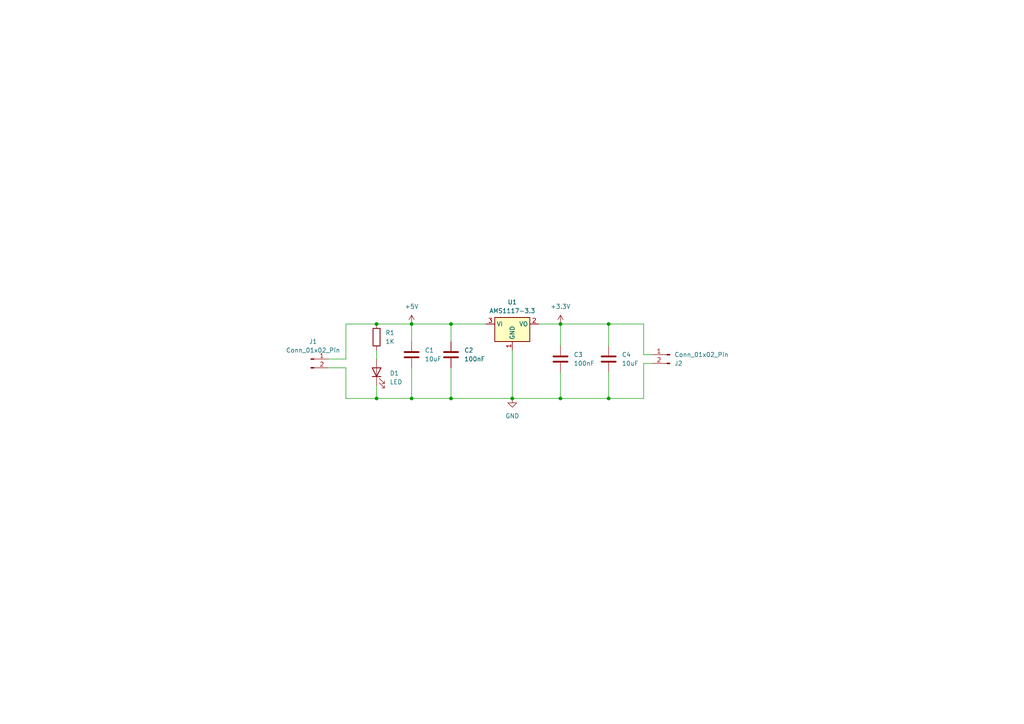
<source format=kicad_sch>
(kicad_sch (version 20250114) (generator "eeschema") (generator_version "9.0")
  (paper "A4")
  (title_block (title "AMS1117-3V3-LDO") (date "2025-10-18") (rev "v0.1") (company "Ampnics"))
  (lib_symbols
    (symbol "Connector:Conn_01x02_Pin" (pin_names (offset 1.016) (hide yes))
      (property "Reference" "J" (at 0 2.54 0))
      (property "Value" "Conn_01x02_Pin" (at 0 -5.08 0))
      (symbol "Conn_01x02_Pin_1_1"
        (rectangle (start 0.8636 0.127) (end 0 -0.127) (stroke (width 0.1524)) (fill (type outline)))
        (rectangle (start 0.8636 -2.413) (end 0 -2.667) (stroke (width 0.1524)) (fill (type outline)))
        (polyline (pts (xy 1.27 0) (xy 0.8636 0)) (stroke (width 0.1524)))
        (polyline (pts (xy 1.27 -2.54) (xy 0.8636 -2.54)) (stroke (width 0.1524)))
        (pin passive line (at 5.08 0 180) (length 3.81) (name "Pin_1") (number "1"))
        (pin passive line (at 5.08 -2.54 180) (length 3.81) (name "Pin_2") (number "2"))
      )
    )
    (symbol "Device:C" (pin_numbers (hide yes)) (pin_names (offset 0.254))
      (property "Reference" "C" (at 0.635 2.54 0))
      (property "Value" "C" (at 0.635 -2.54 0))
      (symbol "C_0_1"
        (polyline (pts (xy -2.032 0.762) (xy 2.032 0.762)) (stroke (width 0.508)))
        (polyline (pts (xy -2.032 -0.762) (xy 2.032 -0.762)) (stroke (width 0.508)))
      )
      (symbol "C_1_1"
        (pin passive line (at 0 3.81 270) (length 2.794) (name "~") (number "1"))
        (pin passive line (at 0 -3.81 90) (length 2.794) (name "~") (number "2"))
      )
    )
    (symbol "Device:LED" (pin_numbers (hide yes)) (pin_names (offset 1.016) (hide yes))
      (property "Reference" "D" (at 0 2.54 0))
      (property "Value" "LED" (at 0 -2.54 0))
      (symbol "LED_0_1"
        (polyline (pts (xy -3.048 -0.762) (xy -4.572 -2.286) (xy -3.81 -2.286) (xy -4.572 -2.286) (xy -4.572 -1.524)))
        (polyline (pts (xy -1.778 -0.762) (xy -3.302 -2.286) (xy -2.54 -2.286) (xy -3.302 -2.286) (xy -3.302 -1.524)))
        (polyline (pts (xy -1.27 0) (xy 1.27 0)))
        (polyline (pts (xy -1.27 -1.27) (xy -1.27 1.27)) (stroke (width 0.254)))
        (polyline (pts (xy 1.27 -1.27) (xy 1.27 1.27) (xy -1.27 0) (xy 1.27 -1.27)) (stroke (width 0.254)))
      )
      (symbol "LED_1_1"
        (pin passive line (at -3.81 0 0) (length 2.54) (name "K") (number "1"))
        (pin passive line (at 3.81 0 180) (length 2.54) (name "A") (number "2"))
      )
    )
    (symbol "Device:R" (pin_numbers (hide yes)) (pin_names (offset 0))
      (property "Reference" "R" (at 2.032 0 90))
      (property "Value" "R" (at 0 0 90))
      (symbol "R_0_1"
        (rectangle (start -1.016 -2.54) (end 1.016 2.54) (stroke (width 0.254)))
      )
      (symbol "R_1_1"
        (pin passive line (at 0 3.81 270) (length 1.27) (name "~") (number "1"))
        (pin passive line (at 0 -3.81 90) (length 1.27) (name "~") (number "2"))
      )
    )
    (symbol "Regulator_Linear:AMS1117-3.3"
      (property "Reference" "U" (at -3.81 3.175 0))
      (property "Value" "AMS1117-3.3" (at 0 3.175 0))
      (symbol "AMS1117-3.3_0_1"
        (rectangle (start -5.08 -5.08) (end 5.08 1.905) (stroke (width 0.254)) (fill (type background)))
      )
      (symbol "AMS1117-3.3_1_1"
        (pin power_in line (at -7.62 0 0) (length 2.54) (name "VI") (number "3"))
        (pin power_in line (at 0 -7.62 90) (length 2.54) (name "GND") (number "1"))
        (pin power_out line (at 7.62 0 180) (length 2.54) (name "VO") (number "2"))
      )
    )
    (symbol "power:+3.3V" (power) (pin_numbers (hide yes)) (pin_names (offset 0) (hide yes))
      (property "Value" "+3.3V" (at 0 3.556 0))
      (symbol "+3.3V_0_1"
        (polyline (pts (xy -0.762 1.27) (xy 0 2.54)))
        (polyline (pts (xy 0 2.54) (xy 0.762 1.27)))
        (polyline (pts (xy 0 0) (xy 0 2.54)))
      )
      (symbol "+3.3V_1_1"
        (pin power_in line (at 0 0 90) (length 0) (name "~") (number "1"))
      )
    )
    (symbol "power:+5V" (power) (pin_numbers (hide yes)) (pin_names (offset 0) (hide yes))
      (property "Value" "+5V" (at 0 3.556 0))
      (symbol "+5V_0_1"
        (polyline (pts (xy -0.762 1.27) (xy 0 2.54)))
        (polyline (pts (xy 0 2.54) (xy 0.762 1.27)))
        (polyline (pts (xy 0 0) (xy 0 2.54)))
      )
      (symbol "+5V_1_1"
        (pin power_in line (at 0 0 90) (length 0) (name "~") (number "1"))
      )
    )
    (symbol "power:GND" (power) (pin_numbers (hide yes)) (pin_names (offset 0) (hide yes))
      (property "Value" "GND" (at 0 -3.81 0))
      (symbol "GND_0_1"
        (polyline (pts (xy 0 0) (xy 0 -1.27) (xy 1.27 -1.27) (xy 0 -2.54) (xy -1.27 -1.27) (xy 0 -1.27)))
      )
      (symbol "GND_1_1"
        (pin power_in line (at 0 0 270) (length 0) (name "~") (number "1"))
      )
    )
  )
  (junction (at 162.56 115.57))
  (junction (at 176.53 93.98))
  (junction (at 109.22 93.98))
  (junction (at 119.38 115.57))
  (junction (at 130.81 115.57))
  (junction (at 119.38 93.98))
  (junction (at 162.56 93.98))
  (junction (at 148.59 115.57))
  (junction (at 176.53 115.57))
  (junction (at 130.81 93.98))
  (junction (at 109.22 115.57))
  (wire (pts (xy 109.22 93.98) (xy 119.38 93.98)))
  (wire (pts (xy 186.69 102.87) (xy 186.69 93.98)))
  (wire (pts (xy 119.38 93.98) (xy 119.38 99.06)))
  (wire (pts (xy 119.38 93.98) (xy 130.81 93.98)))
  (wire (pts (xy 130.81 115.57) (xy 119.38 115.57)))
  (wire (pts (xy 189.23 102.87) (xy 186.69 102.87)))
  (wire (pts (xy 162.56 107.95) (xy 162.56 115.57)))
  (wire (pts (xy 186.69 115.57) (xy 176.53 115.57)))
  (wire (pts (xy 95.25 104.14) (xy 100.33 104.14)))
  (wire (pts (xy 130.81 106.68) (xy 130.81 115.57)))
  (wire (pts (xy 176.53 107.95) (xy 176.53 115.57)))
  (wire (pts (xy 100.33 104.14) (xy 100.33 93.98)))
  (wire (pts (xy 109.22 101.6) (xy 109.22 104.14)))
  (wire (pts (xy 162.56 93.98) (xy 162.56 100.33)))
  (wire (pts (xy 186.69 105.41) (xy 186.69 115.57)))
  (wire (pts (xy 189.23 105.41) (xy 186.69 105.41)))
  (wire (pts (xy 162.56 93.98) (xy 176.53 93.98)))
  (wire (pts (xy 186.69 93.98) (xy 176.53 93.98)))
  (wire (pts (xy 162.56 115.57) (xy 176.53 115.57)))
  (wire (pts (xy 176.53 100.33) (xy 176.53 93.98)))
  (wire (pts (xy 95.25 106.68) (xy 100.33 106.68)))
  (wire (pts (xy 148.59 115.57) (xy 162.56 115.57)))
  (wire (pts (xy 119.38 106.68) (xy 119.38 115.57)))
  (wire (pts (xy 130.81 93.98) (xy 130.81 99.06)))
  (wire (pts (xy 148.59 101.6) (xy 148.59 115.57)))
  (wire (pts (xy 130.81 93.98) (xy 140.97 93.98)))
  (wire (pts (xy 109.22 115.57) (xy 109.22 111.76)))
  (wire (pts (xy 156.21 93.98) (xy 162.56 93.98)))
  (wire (pts (xy 119.38 115.57) (xy 109.22 115.57)))
  (wire (pts (xy 130.81 115.57) (xy 148.59 115.57)))
  (wire (pts (xy 100.33 93.98) (xy 109.22 93.98)))
  (wire (pts (xy 100.33 115.57) (xy 109.22 115.57)))
  (wire (pts (xy 100.33 106.68) (xy 100.33 115.57)))
  (symbol (lib_id "Device:C") (at 119.38 102.87 0) (unit 1)
    (property "Reference" "C1" (at 123.19 101.5999 0) (effects (justify left)))
    (property "Value" "10uF" (at 123.19 104.1399 0) (effects (justify left)))
    (property "Footprint" "Capacitor_SMD:C_0603_1608Metric" (effects (hide yes)))
    (property "Description" "Unpolarized capacitor" (effects (hide yes)))
  )
  (symbol (lib_id "Device:C") (at 162.56 104.14 0) (unit 1)
    (property "Reference" "C3" (at 166.37 102.8699 0) (effects (justify left)))
    (property "Value" "100nF" (at 166.37 105.4099 0) (effects (justify left)))
    (property "Footprint" "Capacitor_SMD:C_0603_1608Metric" (effects (hide yes)))
    (property "Description" "Unpolarized capacitor" (effects (hide yes)))
  )
  (symbol (lib_id "power:+3.3V") (at 162.56 93.98 0) (unit 1)
    (property "Reference" "#PWR02" (effects (hide yes)))
    (property "Value" "+3.3V" (at 162.56 88.9 0))
    (property "Description" "Power symbol creates a global label with name \"+3.3V\"" (effects (hide yes)))
  )
  (symbol (lib_id "Device:C") (at 176.53 104.14 0) (unit 1)
    (property "Reference" "C4" (at 180.34 102.8699 0) (effects (justify left)))
    (property "Value" "10uF" (at 180.34 105.4099 0) (effects (justify left)))
    (property "Footprint" "Capacitor_SMD:C_0603_1608Metric" (effects (hide yes)))
    (property "Description" "Unpolarized capacitor" (effects (hide yes)))
  )
  (symbol (lib_id "Connector:Conn_01x02_Pin") (at 90.17 104.14 0) (unit 1)
    (property "Reference" "J1" (at 90.805 99.06 0))
    (property "Value" "Conn_01x02_Pin" (at 90.805 101.6 0))
    (property "Footprint" "Connector_PinHeader_2.54mm:PinHeader_1x02_P2.54mm_Vertical" (effects (hide yes)))
    (property "Description" "Generic connector, single row, 01x02, script generated" (effects (hide yes)))
  )
  (symbol (lib_id "Device:R") (at 109.22 97.79 0) (unit 1)
    (property "Reference" "R1" (at 111.76 96.5199 0) (effects (justify left)))
    (property "Value" "1K" (at 111.76 99.0599 0) (effects (justify left)))
    (property "Footprint" "Resistor_SMD:R_0603_1608Metric" (effects (hide yes)))
    (property "Description" "Resistor" (effects (hide yes)))
  )
  (symbol (lib_id "Connector:Conn_01x02_Pin") (at 194.31 102.87 0) (mirror y) (unit 1)
    (property "Reference" "J2" (at 195.58 105.4101 0) (effects (justify right)))
    (property "Value" "Conn_01x02_Pin" (at 195.58 102.8701 0) (effects (justify right)))
    (property "Footprint" "Connector_PinHeader_2.54mm:PinHeader_1x02_P2.54mm_Vertical" (effects (hide yes)))
    (property "Description" "Generic connector, single row, 01x02, script generated" (effects (hide yes)))
  )
  (symbol (lib_id "power:+5V") (at 119.38 93.98 0) (unit 1)
    (property "Reference" "#PWR01" (effects (hide yes)))
    (property "Value" "+5V" (at 119.38 88.9 0))
    (property "Description" "Power symbol creates a global label with name \"+5V\"" (effects (hide yes)))
  )
  (symbol (lib_id "power:GND") (at 148.59 115.57 0) (unit 1)
    (property "Reference" "#PWR03" (effects (hide yes)))
    (property "Value" "GND" (at 148.59 120.65 0))
    (property "Description" "Power symbol creates a global label with name \"GND\" , ground" (effects (hide yes)))
  )
  (symbol (lib_id "Device:LED") (at 109.22 107.95 90) (unit 1)
    (property "Reference" "D1" (at 113.03 108.2674 90) (effects (justify right)))
    (property "Value" "LED" (at 113.03 110.8074 90) (effects (justify right)))
    (property "Footprint" "LED_SMD:LED_0603_1608Metric" (effects (hide yes)))
    (property "Description" "Light emitting diode" (effects (hide yes)))
    (property "Sim.Pins" "1=K 2=A" (effects (hide yes)))
  )
  (symbol (lib_id "Device:C") (at 130.81 102.87 0) (unit 1)
    (property "Reference" "C2" (at 134.62 101.5999 0) (effects (justify left)))
    (property "Value" "100nF" (at 134.62 104.1399 0) (effects (justify left)))
    (property "Footprint" "Capacitor_SMD:C_0603_1608Metric" (effects (hide yes)))
    (property "Description" "Unpolarized capacitor" (effects (hide yes)))
  )
  (symbol (lib_id "Regulator_Linear:AMS1117-3.3") (at 148.59 93.98 0) (unit 1)
    (property "Reference" "U1" (at 148.59 87.63 0))
    (property "Value" "AMS1117-3.3" (at 148.59 90.17 0))
    (property "Footprint" "Package_TO_SOT_SMD:SOT-223-3_TabPin2" (effects (hide yes)))
    (property "Datasheet" "http://www.advanced-monolithic.com/pdf/ds1117.pdf" (effects (hide yes)))
    (property "Description" "1A Low Dropout regulator, positive, 3.3V fixed output, SOT-223" (effects (hide yes)))
  )
)
</source>
